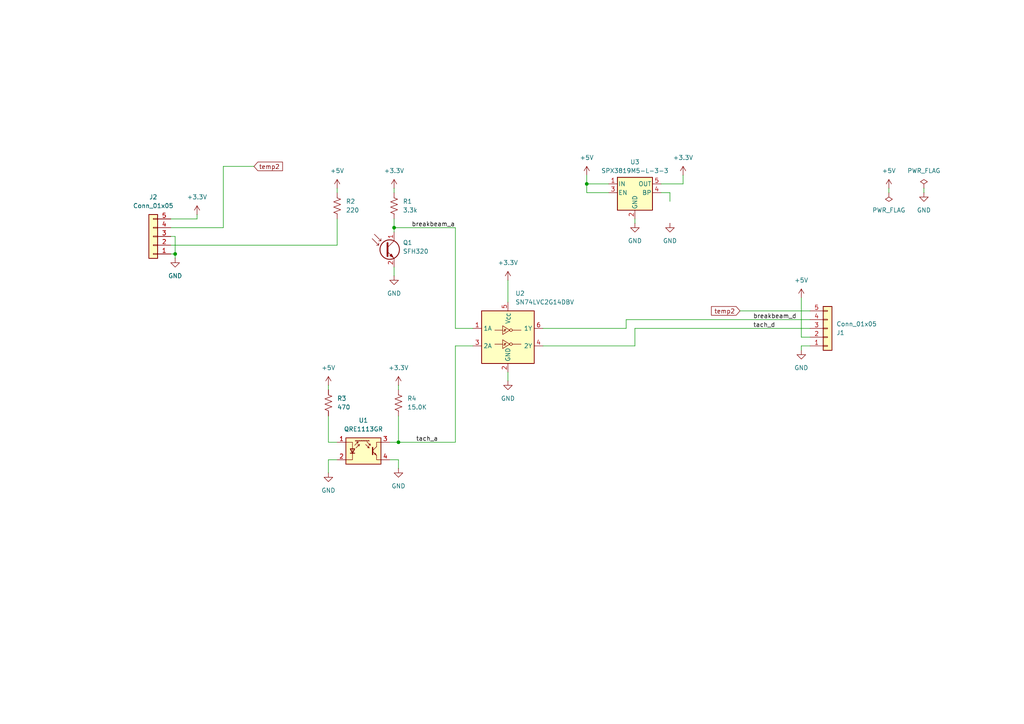
<source format=kicad_sch>
(kicad_sch (version 20250114) (generator "eeschema") (generator_version "9.0")
  (paper "A4")
  (lib_symbols
    (symbol "74xGxx:SN74LVC2G14DBV"
      (property "Reference" "U" (at 2.54 12.7 0))
      (property "Value" "SN74LVC2G14DBV" (at 2.54 10.16 0))
      (symbol "SN74LVC2G14DBV_1_1"
        (rectangle (start -7.62 7.62) (end 7.62 -7.62) (stroke (width 0.254)) (fill (type background)))
        (polyline (pts (xy -1.524 3.302) (xy 0.508 2.032) (xy -1.524 0.762) (xy -1.524 3.302)))
        (polyline (pts (xy -1.524 2.032) (xy -3.81 2.032)))
        (polyline (pts (xy -1.524 -0.762) (xy 0.508 -2.032) (xy -1.524 -3.302) (xy -1.524 -0.762)))
        (polyline (pts (xy -1.524 -2.032) (xy -3.81 -2.032)))
        (polyline (pts (xy -1.016 1.778) (xy -1.016 2.286) (xy -0.762 2.286) (xy -0.762 1.778) (xy -1.27 1.778)))
        (polyline (pts (xy -1.016 -2.286) (xy -1.016 -1.778) (xy -0.762 -1.778) (xy -0.762 -2.286) (xy -1.27 -2.286)))
        (polyline (pts (xy -0.762 2.286) (xy -0.508 2.286)))
        (polyline (pts (xy -0.762 -1.778) (xy -0.508 -1.778)))
        (circle (center 0.889 2.032) (radius 0.381))
        (circle (center 0.889 -2.032) (radius 0.381))
        (polyline (pts (xy 1.27 2.032) (xy 3.81 2.032)))
        (polyline (pts (xy 1.27 -2.032) (xy 3.81 -2.032)))
        (pin input line (at -10.16 2.54 0) (length 2.54) (name "1A") (number "1"))
        (pin input line (at -10.16 -2.54 0) (length 2.54) (name "2A") (number "3"))
        (pin power_in line (at 0 10.16 270) (length 2.54) (name "V_{CC}") (number "5"))
        (pin power_in line (at 0 -10.16 90) (length 2.54) (name "GND") (number "2"))
        (pin output line (at 10.16 2.54 180) (length 2.54) (name "1Y") (number "6"))
        (pin output line (at 10.16 -2.54 180) (length 2.54) (name "2Y") (number "4"))
      )
    )
    (symbol "Connector_Generic:Conn_01x05" (pin_names (offset 1.016) (hide yes))
      (property "Reference" "J" (at 0 7.62 0))
      (property "Value" "Conn_01x05" (at 0 -7.62 0))
      (symbol "Conn_01x05_1_1"
        (rectangle (start -1.27 6.35) (end 1.27 -6.35) (stroke (width 0.254)) (fill (type background)))
        (rectangle (start -1.27 5.207) (end 0 4.953) (stroke (width 0.1524)))
        (rectangle (start -1.27 2.667) (end 0 2.413) (stroke (width 0.1524)))
        (rectangle (start -1.27 0.127) (end 0 -0.127) (stroke (width 0.1524)))
        (rectangle (start -1.27 -2.413) (end 0 -2.667) (stroke (width 0.1524)))
        (rectangle (start -1.27 -4.953) (end 0 -5.207) (stroke (width 0.1524)))
        (pin passive line (at -5.08 5.08 0) (length 3.81) (name "Pin_1") (number "1"))
        (pin passive line (at -5.08 2.54 0) (length 3.81) (name "Pin_2") (number "2"))
        (pin passive line (at -5.08 0 0) (length 3.81) (name "Pin_3") (number "3"))
        (pin passive line (at -5.08 -2.54 0) (length 3.81) (name "Pin_4") (number "4"))
        (pin passive line (at -5.08 -5.08 0) (length 3.81) (name "Pin_5") (number "5"))
      )
    )
    (symbol "Passives:R_15.0K_0603" (pin_numbers (hide yes)) (pin_names (offset 0))
      (property "Reference" "R" (at 2.54 0 90))
      (property "Value" "15.0K" (at -2.54 0 90))
      (symbol "R_15.0K_0603_0_1"
        (polyline (pts (xy 0 2.286) (xy 0 2.54)))
        (polyline (pts (xy 0 2.286) (xy 1.016 1.905) (xy 0 1.524) (xy -1.016 1.143) (xy 0 0.762)))
        (polyline (pts (xy 0 0.762) (xy 1.016 0.381) (xy 0 0) (xy -1.016 -0.381) (xy 0 -0.762)))
        (polyline (pts (xy 0 -0.762) (xy 1.016 -1.143) (xy 0 -1.524) (xy -1.016 -1.905) (xy 0 -2.286)))
        (polyline (pts (xy 0 -2.286) (xy 0 -2.54)))
      )
      (symbol "R_15.0K_0603_1_1"
        (pin passive line (at 0 3.81 270) (length 1.27) (name "~") (number "1"))
        (pin passive line (at 0 -3.81 90) (length 1.27) (name "~") (number "2"))
      )
    )
    (symbol "Passives:R_220_0603" (pin_numbers (hide yes)) (pin_names (offset 0))
      (property "Reference" "R" (at 2.54 0 90))
      (property "Value" "220" (at -2.54 0 90))
      (symbol "R_220_0603_0_1"
        (polyline (pts (xy 0 2.286) (xy 0 2.54)))
        (polyline (pts (xy 0 2.286) (xy 1.016 1.905) (xy 0 1.524) (xy -1.016 1.143) (xy 0 0.762)))
        (polyline (pts (xy 0 0.762) (xy 1.016 0.381) (xy 0 0) (xy -1.016 -0.381) (xy 0 -0.762)))
        (polyline (pts (xy 0 -0.762) (xy 1.016 -1.143) (xy 0 -1.524) (xy -1.016 -1.905) (xy 0 -2.286)))
        (polyline (pts (xy 0 -2.286) (xy 0 -2.54)))
      )
      (symbol "R_220_0603_1_1"
        (pin passive line (at 0 3.81 270) (length 1.27) (name "~") (number "1"))
        (pin passive line (at 0 -3.81 90) (length 1.27) (name "~") (number "2"))
      )
    )
    (symbol "Passives:R_3.3k_0603" (pin_numbers (hide yes)) (pin_names (offset 0))
      (property "Reference" "R" (at 2.54 0 90))
      (property "Value" "3.3k" (at -2.54 0 90))
      (symbol "R_3.3k_0603_0_1"
        (polyline (pts (xy 0 2.286) (xy 0 2.54)))
        (polyline (pts (xy 0 2.286) (xy 1.016 1.905) (xy 0 1.524) (xy -1.016 1.143) (xy 0 0.762)))
        (polyline (pts (xy 0 0.762) (xy 1.016 0.381) (xy 0 0) (xy -1.016 -0.381) (xy 0 -0.762)))
        (polyline (pts (xy 0 -0.762) (xy 1.016 -1.143) (xy 0 -1.524) (xy -1.016 -1.905) (xy 0 -2.286)))
        (polyline (pts (xy 0 -2.286) (xy 0 -2.54)))
      )
      (symbol "R_3.3k_0603_1_1"
        (pin passive line (at 0 3.81 270) (length 1.27) (name "~") (number "1"))
        (pin passive line (at 0 -3.81 90) (length 1.27) (name "~") (number "2"))
      )
    )
    (symbol "Passives:R_470_0603" (pin_numbers (hide yes)) (pin_names (offset 0))
      (property "Reference" "R" (at 2.54 0 90))
      (property "Value" "470" (at -2.54 0 90))
      (symbol "R_470_0603_0_1"
        (polyline (pts (xy 0 2.286) (xy 0 2.54)))
        (polyline (pts (xy 0 2.286) (xy 1.016 1.905) (xy 0 1.524) (xy -1.016 1.143) (xy 0 0.762)))
        (polyline (pts (xy 0 0.762) (xy 1.016 0.381) (xy 0 0) (xy -1.016 -0.381) (xy 0 -0.762)))
        (polyline (pts (xy 0 -0.762) (xy 1.016 -1.143) (xy 0 -1.524) (xy -1.016 -1.905) (xy 0 -2.286)))
        (polyline (pts (xy 0 -2.286) (xy 0 -2.54)))
      )
      (symbol "R_470_0603_1_1"
        (pin passive line (at 0 3.81 270) (length 1.27) (name "~") (number "1"))
        (pin passive line (at 0 -3.81 90) (length 1.27) (name "~") (number "2"))
      )
    )
    (symbol "Regulator_Linear:SPX3819M5-L-3-3" (pin_names (offset 0.254))
      (property "Reference" "U" (at -3.81 5.715 0))
      (property "Value" "SPX3819M5-L-3-3" (at 0 5.715 0))
      (symbol "SPX3819M5-L-3-3_0_1"
        (rectangle (start -5.08 4.445) (end 5.08 -5.08) (stroke (width 0.254)) (fill (type background)))
      )
      (symbol "SPX3819M5-L-3-3_1_1"
        (pin power_in line (at -7.62 2.54 0) (length 2.54) (name "IN") (number "1"))
        (pin input line (at -7.62 0 0) (length 2.54) (name "EN") (number "3"))
        (pin power_in line (at 0 -7.62 90) (length 2.54) (name "GND") (number "2"))
        (pin power_out line (at 7.62 2.54 180) (length 2.54) (name "OUT") (number "5"))
        (pin input line (at 7.62 0 180) (length 2.54) (name "BP") (number "4"))
      )
    )
    (symbol "Sensor_Optical:SFH320" (pin_names (offset 0) (hide yes))
      (property "Reference" "Q" (at 5.08 1.27 0))
      (property "Value" "SFH320" (at 5.08 -1.27 0))
      (symbol "SFH320_0_1"
        (polyline (pts (xy -3.81 3.175) (xy -1.905 1.27) (xy -1.905 1.905)))
        (polyline (pts (xy -3.175 4.445) (xy -1.27 2.54) (xy -1.27 3.175)))
        (polyline (pts (xy -1.905 1.27) (xy -2.54 1.27)))
        (polyline (pts (xy -1.27 2.54) (xy -1.905 2.54)))
        (polyline (pts (xy 0.635 1.905) (xy 0.635 -1.905) (xy 0.635 -1.905)) (stroke (width 0.508)))
        (polyline (pts (xy 0.635 0.635) (xy 2.54 2.54)))
        (polyline (pts (xy 0.635 -0.635) (xy 2.54 -2.54) (xy 2.54 -2.54)))
        (circle (center 1.27 0) (radius 2.8194) (stroke (width 0.254)))
        (polyline (pts (xy 1.27 -1.778) (xy 1.778 -1.27) (xy 2.286 -2.286) (xy 1.27 -1.778) (xy 1.27 -1.778)) (fill (type outline)))
      )
      (symbol "SFH320_1_1"
        (pin passive line (at 2.54 5.08 270) (length 2.54) (name "C") (number "1"))
        (pin passive line (at 2.54 -5.08 90) (length 2.54) (name "E") (number "2"))
      )
    )
    (symbol "Sensor_Proximity:QRE1113GR" (pin_names (offset 0.0254) (hide yes))
      (property "Reference" "U" (at -3.81 5.08 0))
      (property "Value" "QRE1113GR" (at 11.43 5.08 0))
      (symbol "QRE1113GR_0_1"
        (polyline (pts (xy -5.08 -2.54) (xy -3.175 -2.54) (xy -3.175 2.54) (xy -5.08 2.54)))
        (polyline (pts (xy -5.08 -3.81) (xy 5.08 -3.81) (xy 5.08 3.81) (xy -5.08 3.81) (xy -5.08 -3.81)) (stroke (width 0.254)) (fill (type background)))
        (polyline (pts (xy -3.81 -0.635) (xy -2.54 -0.635)) (stroke (width 0.254)))
        (polyline (pts (xy -3.175 -0.635) (xy -3.81 0.635) (xy -2.54 0.635) (xy -3.175 -0.635)) (stroke (width 0.254)))
        (polyline (pts (xy -2.54 1.651) (xy -1.524 2.667) (xy -2.032 2.54)))
        (polyline (pts (xy -2.286 2.921) (xy -2.032 3.175)))
        (polyline (pts (xy -2.159 0.889) (xy -1.143 1.905) (xy -1.651 1.778)))
        (polyline (pts (xy -1.778 2.921) (xy -1.524 3.175)))
        (polyline (pts (xy -1.524 2.667) (xy -1.651 2.159)))
        (polyline (pts (xy -1.27 2.921) (xy -1.016 3.175)))
        (polyline (pts (xy -1.143 1.905) (xy -1.27 1.397)))
        (polyline (pts (xy -0.762 2.921) (xy -0.508 3.175)))
        (polyline (pts (xy -0.254 2.921) (xy 0 3.175)))
        (polyline (pts (xy 0.254 2.921) (xy 0.508 3.175)))
        (polyline (pts (xy 0.635 1.905) (xy 1.651 0.889) (xy 1.524 1.397)))
        (polyline (pts (xy 0.762 2.921) (xy 1.016 3.175)))
        (polyline (pts (xy 1.016 2.667) (xy 2.032 1.651) (xy 1.905 2.159)))
        (polyline (pts (xy 1.27 2.921) (xy 1.524 3.175)))
        (polyline (pts (xy 1.651 0.889) (xy 1.143 1.016)))
        (polyline (pts (xy 1.778 2.921) (xy -2.413 2.921)))
        (polyline (pts (xy 2.032 1.651) (xy 1.524 1.778)))
        (polyline (pts (xy 2.667 1.016) (xy 2.667 -1.016) (xy 2.667 -1.016)) (stroke (width 0.3556)))
        (polyline (pts (xy 2.667 0.127) (xy 3.81 1.27)))
        (polyline (pts (xy 2.667 -0.127) (xy 3.81 -1.27)))
        (polyline (pts (xy 3.683 -1.143) (xy 3.429 -0.635) (xy 3.175 -0.889) (xy 3.683 -1.143)))
        (polyline (pts (xy 3.81 1.27) (xy 3.81 2.54) (xy 5.08 2.54)))
        (polyline (pts (xy 3.81 -1.27) (xy 3.81 -2.54) (xy 5.08 -2.54)))
      )
      (symbol "QRE1113GR_1_1"
        (pin passive line (at -7.62 2.54 0) (length 2.54) (name "A") (number "1"))
        (pin passive line (at -7.62 -2.54 0) (length 2.54) (name "K") (number "2"))
        (pin open_collector line (at 7.62 2.54 180) (length 2.54) (name "~") (number "3"))
        (pin open_emitter line (at 7.62 -2.54 180) (length 2.54) (name "~") (number "4"))
      )
    )
    (symbol "power:+3.3V" (power) (pin_numbers (hide yes)) (pin_names (offset 0) (hide yes))
      (property "Value" "+3.3V" (at 0 3.556 0))
      (symbol "+3.3V_0_1"
        (polyline (pts (xy -0.762 1.27) (xy 0 2.54)))
        (polyline (pts (xy 0 2.54) (xy 0.762 1.27)))
        (polyline (pts (xy 0 0) (xy 0 2.54)))
      )
      (symbol "+3.3V_1_1"
        (pin power_in line (at 0 0 90) (length 0) (name "~") (number "1"))
      )
    )
    (symbol "power:+5V" (power) (pin_numbers (hide yes)) (pin_names (offset 0) (hide yes))
      (property "Value" "+5V" (at 0 3.556 0))
      (symbol "+5V_0_1"
        (polyline (pts (xy -0.762 1.27) (xy 0 2.54)))
        (polyline (pts (xy 0 2.54) (xy 0.762 1.27)))
        (polyline (pts (xy 0 0) (xy 0 2.54)))
      )
      (symbol "+5V_1_1"
        (pin power_in line (at 0 0 90) (length 0) (name "~") (number "1"))
      )
    )
    (symbol "power:GND" (power) (pin_numbers (hide yes)) (pin_names (offset 0) (hide yes))
      (property "Value" "GND" (at 0 -3.81 0))
      (symbol "GND_0_1"
        (polyline (pts (xy 0 0) (xy 0 -1.27) (xy 1.27 -1.27) (xy 0 -2.54) (xy -1.27 -1.27) (xy 0 -1.27)))
      )
      (symbol "GND_1_1"
        (pin power_in line (at 0 0 270) (length 0) (name "~") (number "1"))
      )
    )
    (symbol "power:PWR_FLAG" (power) (pin_numbers (hide yes)) (pin_names (offset 0) (hide yes))
      (property "Value" "PWR_FLAG" (at 0 3.81 0))
      (symbol "PWR_FLAG_0_0"
        (pin power_out line (at 0 0 90) (length 0) (name "~") (number "1"))
      )
      (symbol "PWR_FLAG_0_1"
        (polyline (pts (xy 0 0) (xy 0 1.27) (xy -1.016 1.905) (xy 0 2.54) (xy 1.016 1.905) (xy 0 1.27)))
      )
    )
  )
  (junction (at 115.57 128.27))
  (junction (at 170.18 53.34))
  (junction (at 114.3 66.04))
  (junction (at 50.8 73.66))
  (wire (pts (xy 115.57 128.27) (xy 115.57 120.65)))
  (wire (pts (xy 267.97 54.61) (xy 267.97 55.88)))
  (wire (pts (xy 132.08 128.27) (xy 132.08 100.33)))
  (wire (pts (xy 170.18 55.88) (xy 170.18 53.34)))
  (wire (pts (xy 132.08 66.04) (xy 132.08 95.25)))
  (wire (pts (xy 114.3 77.47) (xy 114.3 80.01)))
  (wire (pts (xy 232.41 100.33) (xy 232.41 101.6)))
  (wire (pts (xy 147.32 107.95) (xy 147.32 110.49)))
  (wire (pts (xy 157.48 95.25) (xy 181.61 95.25)))
  (wire (pts (xy 97.79 63.5) (xy 97.79 71.12)))
  (wire (pts (xy 176.53 55.88) (xy 170.18 55.88)))
  (wire (pts (xy 114.3 66.04) (xy 114.3 67.31)))
  (wire (pts (xy 191.77 55.88) (xy 194.31 55.88)))
  (wire (pts (xy 95.25 120.65) (xy 95.25 128.27)))
  (wire (pts (xy 194.31 55.88) (xy 194.31 58.42)))
  (wire (pts (xy 191.77 53.34) (xy 198.12 53.34)))
  (wire (pts (xy 49.53 73.66) (xy 50.8 73.66)))
  (wire (pts (xy 170.18 53.34) (xy 170.18 50.8)))
  (wire (pts (xy 115.57 133.35) (xy 115.57 135.89)))
  (wire (pts (xy 50.8 68.58) (xy 50.8 73.66)))
  (wire (pts (xy 50.8 73.66) (xy 50.8 74.93)))
  (wire (pts (xy 157.48 100.33) (xy 184.15 100.33)))
  (wire (pts (xy 114.3 63.5) (xy 114.3 66.04)))
  (wire (pts (xy 49.53 63.5) (xy 57.15 63.5)))
  (wire (pts (xy 113.03 133.35) (xy 115.57 133.35)))
  (wire (pts (xy 115.57 111.76) (xy 115.57 113.03)))
  (wire (pts (xy 97.79 133.35) (xy 95.25 133.35)))
  (wire (pts (xy 214.63 90.17) (xy 234.95 90.17)))
  (wire (pts (xy 95.25 111.76) (xy 95.25 113.03)))
  (wire (pts (xy 198.12 53.34) (xy 198.12 50.8)))
  (wire (pts (xy 49.53 68.58) (xy 50.8 68.58)))
  (wire (pts (xy 184.15 63.5) (xy 184.15 64.77)))
  (wire (pts (xy 114.3 66.04) (xy 132.08 66.04)))
  (wire (pts (xy 147.32 81.28) (xy 147.32 87.63)))
  (wire (pts (xy 64.77 48.26) (xy 73.66 48.26)))
  (wire (pts (xy 181.61 95.25) (xy 181.61 92.71)))
  (wire (pts (xy 49.53 71.12) (xy 97.79 71.12)))
  (wire (pts (xy 49.53 66.04) (xy 64.77 66.04)))
  (wire (pts (xy 234.95 97.79) (xy 232.41 97.79)))
  (wire (pts (xy 97.79 54.61) (xy 97.79 55.88)))
  (wire (pts (xy 132.08 100.33) (xy 137.16 100.33)))
  (wire (pts (xy 57.15 62.23) (xy 57.15 63.5)))
  (wire (pts (xy 257.81 54.61) (xy 257.81 55.88)))
  (wire (pts (xy 95.25 133.35) (xy 95.25 137.16)))
  (wire (pts (xy 64.77 66.04) (xy 64.77 48.26)))
  (wire (pts (xy 232.41 97.79) (xy 232.41 86.36)))
  (wire (pts (xy 115.57 128.27) (xy 132.08 128.27)))
  (wire (pts (xy 97.79 128.27) (xy 95.25 128.27)))
  (wire (pts (xy 132.08 95.25) (xy 137.16 95.25)))
  (wire (pts (xy 181.61 92.71) (xy 234.95 92.71)))
  (wire (pts (xy 114.3 54.61) (xy 114.3 55.88)))
  (wire (pts (xy 184.15 95.25) (xy 184.15 100.33)))
  (wire (pts (xy 113.03 128.27) (xy 115.57 128.27)))
  (wire (pts (xy 234.95 100.33) (xy 232.41 100.33)))
  (wire (pts (xy 184.15 95.25) (xy 234.95 95.25)))
  (wire (pts (xy 176.53 53.34) (xy 170.18 53.34)))
  (label "breakbeam_d" (at 218.44 92.71 0))
  (label "tach_d" (at 218.44 95.25 0))
  (label "tach_a" (at 120.65 128.27 0))
  (label "breakbeam_a" (at 119.38 66.04 0))
  (global_label "temp2" (shape input) (at 214.63 90.17 180) (property "Intersheetrefs" "${INTERSHEET_REFS}" (effects (hide yes))))
  (global_label "temp2" (shape input) (at 73.66 48.26 0) (property "Intersheetrefs" "${INTERSHEET_REFS}" (effects (hide yes))))
  (symbol (lib_id "power:+5V") (at 257.81 54.61 0) (unit 1)
    (property "Reference" "#PWR04" (effects (hide yes)))
    (property "Value" "+5V" (at 257.81 49.53 0))
    (property "Description" "Power symbol creates a global label with name \"+5V\"" (effects (hide yes)))
  )
  (symbol (lib_id "power:GND") (at 184.15 64.77 0) (unit 1)
    (property "Reference" "#PWR015" (effects (hide yes)))
    (property "Value" "GND" (at 184.15 69.85 0))
    (property "Description" "Power symbol creates a global label with name \"GND\" , ground" (effects (hide yes)))
  )
  (symbol (lib_id "power:GND") (at 232.41 101.6 0) (unit 1)
    (property "Reference" "#PWR011" (effects (hide yes)))
    (property "Value" "GND" (at 232.41 106.68 0))
    (property "Description" "Power symbol creates a global label with name \"GND\" , ground" (effects (hide yes)))
  )
  (symbol (lib_id "power:+5V") (at 232.41 86.36 0) (unit 1)
    (property "Reference" "#PWR012" (effects (hide yes)))
    (property "Value" "+5V" (at 232.41 81.28 0))
    (property "Description" "Power symbol creates a global label with name \"+5V\"" (effects (hide yes)))
  )
  (symbol (lib_id "power:+3.3V") (at 147.32 81.28 0) (unit 1)
    (property "Reference" "#PWR09" (effects (hide yes)))
    (property "Value" "+3.3V" (at 147.32 76.2 0))
    (property "Description" "Power symbol creates a global label with name \"+3.3V\"" (effects (hide yes)))
  )
  (symbol (lib_id "power:GND") (at 115.57 135.89 0) (unit 1)
    (property "Reference" "#PWR08" (effects (hide yes)))
    (property "Value" "GND" (at 115.57 140.97 0))
    (property "Description" "Power symbol creates a global label with name \"GND\" , ground" (effects (hide yes)))
  )
  (symbol (lib_id "Passives:R_220_0603") (at 97.79 59.69 0) (unit 1)
    (property "Reference" "R2" (at 100.33 58.4199 0) (effects (justify left)))
    (property "Value" "220" (at 100.33 60.9599 0) (effects (justify left)))
    (property "Footprint" "Resistor_SMD:R_0603_1608Metric" (effects (hide yes)))
    (property "Description" "Resistor, US symbol" (effects (hide yes)))
    (property "PartNumber" "311-220HRCT-ND" (effects (hide yes)))
  )
  (symbol (lib_id "Sensor_Proximity:QRE1113GR") (at 105.41 130.81 0) (unit 1)
    (property "Reference" "U1" (at 105.41 121.92 0))
    (property "Value" "QRE1113GR" (at 105.41 124.46 0))
    (property "Footprint" "OptoDevice:OnSemi_CASE100CY" (effects (hide yes)))
    (property "Datasheet" "http://www.onsemi.com/pub/Collateral/QRE1113-D.PDF" (effects (hide yes)))
    (property "Description" "Miniature Reflective Optical Object Sensor, SMD-4" (effects (hide yes)))
  )
  (symbol (lib_id "power:+3.3V") (at 57.15 62.23 0) (unit 1)
    (property "Reference" "#PWR018" (effects (hide yes)))
    (property "Value" "+3.3V" (at 57.15 57.15 0))
    (property "Description" "Power symbol creates a global label with name \"+3.3V\"" (effects (hide yes)))
  )
  (symbol (lib_id "power:GND") (at 194.31 64.77 0) (unit 1)
    (property "Reference" "#PWR016" (effects (hide yes)))
    (property "Value" "GND" (at 194.31 69.85 0))
    (property "Description" "Power symbol creates a global label with name \"GND\" , ground" (effects (hide yes)))
  )
  (symbol (lib_id "power:+3.3V") (at 115.57 111.76 0) (unit 1)
    (property "Reference" "#PWR06" (effects (hide yes)))
    (property "Value" "+3.3V" (at 115.57 106.68 0))
    (property "Description" "Power symbol creates a global label with name \"+3.3V\"" (effects (hide yes)))
  )
  (symbol (lib_id "Connector_Generic:Conn_01x05") (at 44.45 68.58 180) (unit 1)
    (property "Reference" "J2" (at 44.45 57.15 0))
    (property "Value" "Conn_01x05" (at 44.45 59.69 0))
    (property "Footprint" "Connector_JST:JST_ZH_S5B-ZR-SM4A-TF_1x05-1MP_P1.50mm_Horizontal" (effects (hide yes)))
    (property "Description" "Generic connector, single row, 01x05, script generated (kicad-library-utils/schlib/autogen/connector/)" (effects (hide yes)))
  )
  (symbol (lib_id "power:+3.3V") (at 114.3 54.61 0) (unit 1)
    (property "Reference" "#PWR01" (effects (hide yes)))
    (property "Value" "+3.3V" (at 114.3 49.53 0))
    (property "Description" "Power symbol creates a global label with name \"+3.3V\"" (effects (hide yes)))
  )
  (symbol (lib_id "74xGxx:SN74LVC2G14DBV") (at 147.32 97.79 0) (unit 1)
    (property "Reference" "U2" (at 149.4633 85.09 0) (effects (justify left)))
    (property "Value" "SN74LVC2G14DBV" (at 149.4633 87.63 0) (effects (justify left)))
    (property "Footprint" "Package_TO_SOT_SMD:SOT-23-6" (effects (hide yes)))
    (property "Datasheet" "https://www.ti.com/lit/ds/symlink/sn74lvc2g14.pdf" (effects (hide yes)))
    (property "Description" "Dual schmitt inverter, VCC from 1.65 to 5.5 V, SOT-23" (effects (hide yes)))
    (property "PartNumber" "1727-6088-1-ND" (effects (hide yes)))
  )
  (symbol (lib_id "power:PWR_FLAG") (at 257.81 55.88 180) (unit 1)
    (property "Reference" "#FLG01" (effects (hide yes)))
    (property "Value" "PWR_FLAG" (at 257.81 60.96 0))
    (property "Description" "Special symbol for telling ERC where power comes from" (effects (hide yes)))
  )
  (symbol (lib_id "power:PWR_FLAG") (at 267.97 54.61 0) (unit 1)
    (property "Reference" "#FLG02" (effects (hide yes)))
    (property "Value" "PWR_FLAG" (at 267.97 49.53 0))
    (property "Description" "Special symbol for telling ERC where power comes from" (effects (hide yes)))
  )
  (symbol (lib_id "power:GND") (at 147.32 110.49 0) (unit 1)
    (property "Reference" "#PWR010" (effects (hide yes)))
    (property "Value" "GND" (at 147.32 115.57 0))
    (property "Description" "Power symbol creates a global label with name \"GND\" , ground" (effects (hide yes)))
  )
  (symbol (lib_id "power:+5V") (at 170.18 50.8 0) (unit 1)
    (property "Reference" "#PWR013" (effects (hide yes)))
    (property "Value" "+5V" (at 170.18 45.72 0))
    (property "Description" "Power symbol creates a global label with name \"+5V\"" (effects (hide yes)))
  )
  (symbol (lib_id "power:GND") (at 95.25 137.16 0) (unit 1)
    (property "Reference" "#PWR07" (effects (hide yes)))
    (property "Value" "GND" (at 95.25 142.24 0))
    (property "Description" "Power symbol creates a global label with name \"GND\" , ground" (effects (hide yes)))
  )
  (symbol (lib_id "Connector_Generic:Conn_01x05") (at 240.03 95.25 0) (mirror x) (unit 1)
    (property "Reference" "J1" (at 242.57 96.5201 0) (effects (justify left)))
    (property "Value" "Conn_01x05" (at 242.57 93.9801 0) (effects (justify left)))
    (property "Footprint" "Connector_JST:JST_ZH_S5B-ZR-SM4A-TF_1x05-1MP_P1.50mm_Horizontal" (effects (hide yes)))
    (property "Description" "Generic connector, single row, 01x05, script generated (kicad-library-utils/schlib/autogen/connector/)" (effects (hide yes)))
  )
  (symbol (lib_id "power:+3.3V") (at 198.12 50.8 0) (unit 1)
    (property "Reference" "#PWR014" (effects (hide yes)))
    (property "Value" "+3.3V" (at 198.12 45.72 0))
    (property "Description" "Power symbol creates a global label with name \"+3.3V\"" (effects (hide yes)))
  )
  (symbol (lib_id "power:GND") (at 267.97 55.88 0) (unit 1)
    (property "Reference" "#PWR019" (effects (hide yes)))
    (property "Value" "GND" (at 267.97 60.96 0))
    (property "Description" "Power symbol creates a global label with name \"GND\" , ground" (effects (hide yes)))
  )
  (symbol (lib_id "Sensor_Optical:SFH320") (at 111.76 72.39 0) (unit 1)
    (property "Reference" "Q1" (at 116.84 70.3706 0) (effects (justify left)))
    (property "Value" "SFH320" (at 116.84 72.9106 0) (effects (justify left)))
    (property "Footprint" "LED_SMD:LED_PLCC-2_3.4x3.0mm_KA" (effects (hide yes)))
    (property "Datasheet" "https://look.ams-osram.com/m/5397c5d8583a26cf/original/SFH-320.pdf" (effects (hide yes)))
    (property "Description" "Silicon NPN Phototransistor, PLCC-2" (effects (hide yes)))
  )
  (symbol (lib_id "power:GND") (at 50.8 74.93 0) (unit 1)
    (property "Reference" "#PWR017" (effects (hide yes)))
    (property "Value" "GND" (at 50.8 80.01 0))
    (property "Description" "Power symbol creates a global label with name \"GND\" , ground" (effects (hide yes)))
  )
  (symbol (lib_id "Passives:R_3.3k_0603") (at 114.3 59.69 0) (unit 1)
    (property "Reference" "R1" (at 116.84 58.4199 0) (effects (justify left)))
    (property "Value" "3.3k" (at 116.84 60.9599 0) (effects (justify left)))
    (property "Footprint" "Resistor_SMD:R_0603_1608Metric" (effects (hide yes)))
    (property "Description" "Resistor, US symbol" (effects (hide yes)))
    (property "PartNumber" "311-3.30KHRCT-ND" (effects (hide yes)))
  )
  (symbol (lib_id "Passives:R_15.0K_0603") (at 115.57 116.84 0) (unit 1)
    (property "Reference" "R4" (at 118.11 115.5699 0) (effects (justify left)))
    (property "Value" "15.0K" (at 118.11 118.1099 0) (effects (justify left)))
    (property "Footprint" "Resistor_SMD:R_0603_1608Metric" (effects (hide yes)))
    (property "Description" "Resistor, US symbol" (effects (hide yes)))
    (property "PartNumber" "311-15.0KHRCT-ND" (effects (hide yes)))
  )
  (symbol (lib_id "Regulator_Linear:SPX3819M5-L-3-3") (at 184.15 55.88 0) (unit 1)
    (property "Reference" "U3" (at 184.15 46.99 0))
    (property "Value" "SPX3819M5-L-3-3" (at 184.15 49.53 0))
    (property "Footprint" "Package_TO_SOT_SMD:SOT-23-5" (effects (hide yes)))
    (property "Datasheet" "https://www.exar.com/content/document.ashx?id=22106&languageid=1033&type=Datasheet&partnumber=SPX3819&filename=SPX3819.pdf&part=SPX3819" (effects (hide yes)))
    (property "Description" "500mA Low drop-out regulator, Fixed Output 3.3V, SOT-23-5" (effects (hide yes)))
  )
  (symbol (lib_id "Passives:R_470_0603") (at 95.25 116.84 0) (unit 1)
    (property "Reference" "R3" (at 97.79 115.5699 0) (effects (justify left)))
    (property "Value" "470" (at 97.79 118.1099 0) (effects (justify left)))
    (property "Footprint" "Resistor_SMD:R_0603_1608Metric" (effects (hide yes)))
    (property "Description" "Resistor, US symbol" (effects (hide yes)))
    (property "PartNumber" "311-470HRCT-ND" (effects (hide yes)))
  )
  (symbol (lib_id "power:+5V") (at 95.25 111.76 0) (unit 1)
    (property "Reference" "#PWR05" (effects (hide yes)))
    (property "Value" "+5V" (at 95.25 106.68 0))
    (property "Description" "Power symbol creates a global label with name \"+5V\"" (effects (hide yes)))
  )
  (symbol (lib_id "power:+5V") (at 97.79 54.61 0) (unit 1)
    (property "Reference" "#PWR03" (effects (hide yes)))
    (property "Value" "+5V" (at 97.79 49.53 0))
    (property "Description" "Power symbol creates a global label with name \"+5V\"" (effects (hide yes)))
  )
  (symbol (lib_id "power:GND") (at 114.3 80.01 0) (unit 1)
    (property "Reference" "#PWR02" (effects (hide yes)))
    (property "Value" "GND" (at 114.3 85.09 0))
    (property "Description" "Power symbol creates a global label with name \"GND\" , ground" (effects (hide yes)))
  )
)
</source>
